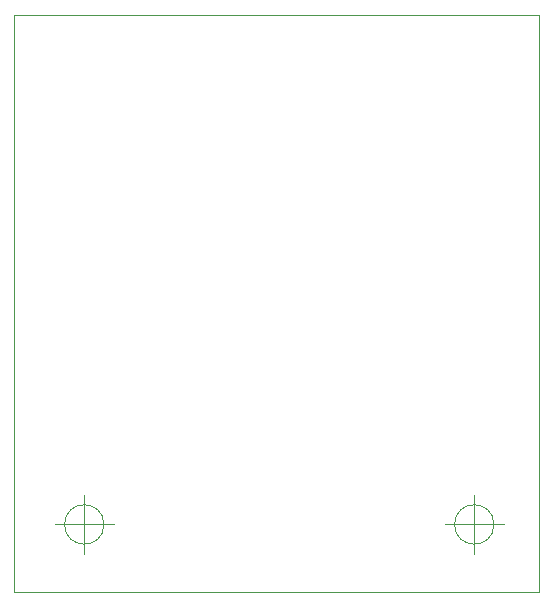
<source format=gbr>
%FSLAX46Y46*%
G04 Gerber Fmt 4.6, Leading zero omitted, Abs format (unit mm)*
G04 Created by KiCad (PCBNEW (2014-07-24 BZR 5026)-product) date 7/27/2014 12:58:05 AM*
%MOMM*%
G01*
G04 APERTURE LIST*
%ADD10C,0.100000*%
G04 APERTURE END LIST*
D10*
X5222666Y3048000D02*
G75*
G03X5222666Y3048000I-1666666J0D01*
G74*
G01*
X1056000Y3048000D02*
X6056000Y3048000D01*
X3556000Y5548000D02*
X3556000Y548000D01*
X38242666Y3048000D02*
G75*
G03X38242666Y3048000I-1666666J0D01*
G74*
G01*
X34076000Y3048000D02*
X39076000Y3048000D01*
X36576000Y5548000D02*
X36576000Y548000D01*
X-2413000Y46172120D02*
X-2413000Y-2667000D01*
X42037000Y46172120D02*
X-2413000Y46172120D01*
X42037000Y-2667000D02*
X42037000Y46172120D01*
X-2413000Y-2667000D02*
X42037000Y-2667000D01*
M02*

</source>
